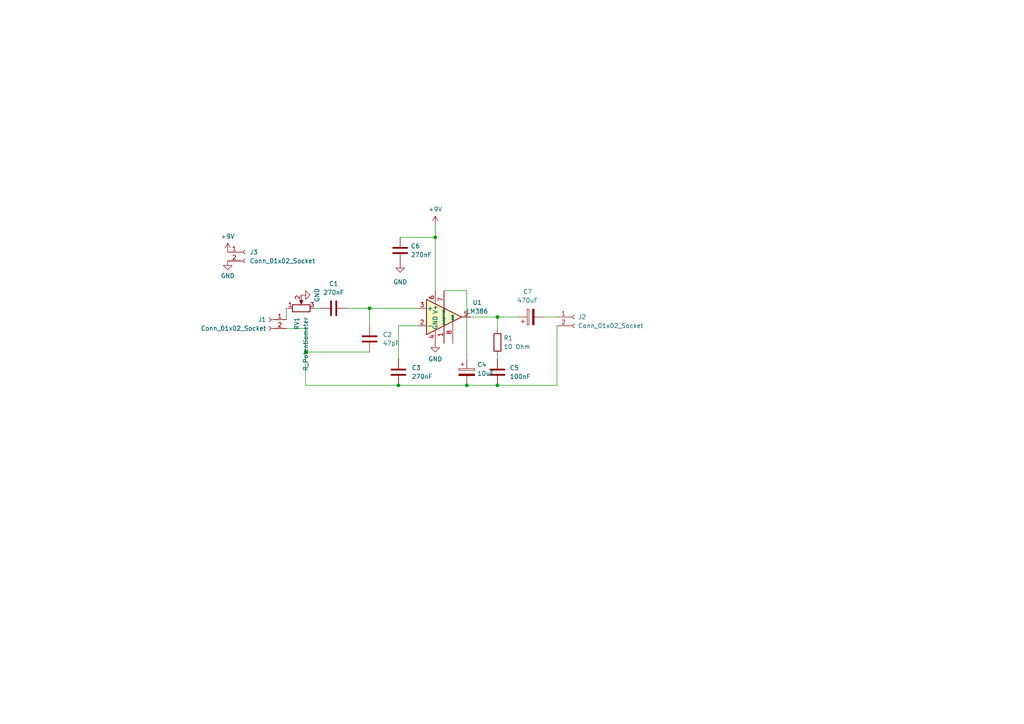
<source format=kicad_sch>
(kicad_sch (version 20230121) (generator eeschema)
  (paper "A4")
  (lib_symbols
    (symbol "Amplifier_Audio:LM386" (pin_names (offset 0.127))
      (property "Reference" "U" (at 1.27 7.62 0))
      (property "Value" "LM386" (at 1.27 5.08 0))
      (symbol "LM386_0_1"
        (polyline (pts (xy 5.08 0) (xy -5.08 5.08) (xy -5.08 -5.08) (xy 5.08 0)) (stroke (width 0.254)) (fill (type background)))
      )
      (symbol "LM386_1_1"
        (pin input line (at 0 -7.62 90) (length 5.08) (name "GAIN") (number "1"))
        (pin input line (at -7.62 -2.54 0) (length 2.54) (name "-") (number "2"))
        (pin input line (at -7.62 2.54 0) (length 2.54) (name "+") (number "3"))
        (pin power_in line (at -2.54 -7.62 90) (length 3.81) (name "GND") (number "4"))
        (pin output line (at 7.62 0 180) (length 2.54) (name "~") (number "5"))
        (pin power_in line (at -2.54 7.62 270) (length 3.81) (name "V+") (number "6"))
        (pin input line (at 0 7.62 270) (length 5.08) (name "BYPASS") (number "7"))
        (pin input line (at 2.54 -7.62 90) (length 6.35) (name "GAIN") (number "8"))
      )
    )
    (symbol "Connector:Conn_01x02_Socket" (pin_names (offset 1.016) hide)
      (property "Reference" "J" (at 0 2.54 0))
      (property "Value" "Conn_01x02_Socket" (at 0 -5.08 0))
      (symbol "Conn_01x02_Socket_1_1"
        (arc (start 0 -2.032) (mid -0.5058 -2.54) (end 0 -3.048) (stroke (width 0.1524)))
        (polyline (pts (xy -1.27 -2.54) (xy -0.508 -2.54)) (stroke (width 0.1524)))
        (polyline (pts (xy -1.27 0) (xy -0.508 0)) (stroke (width 0.1524)))
        (arc (start 0 0.508) (mid -0.5058 0) (end 0 -0.508) (stroke (width 0.1524)))
        (pin passive line (at -5.08 0 0) (length 3.81) (name "Pin_1") (number "1"))
        (pin passive line (at -5.08 -2.54 0) (length 3.81) (name "Pin_2") (number "2"))
      )
    )
    (symbol "Device:C" (pin_numbers hide) (pin_names (offset 0.254))
      (property "Reference" "C" (at 0.635 2.54 0))
      (property "Value" "C" (at 0.635 -2.54 0))
      (symbol "C_0_1"
        (polyline (pts (xy -2.032 -0.762) (xy 2.032 -0.762)) (stroke (width 0.508)))
        (polyline (pts (xy -2.032 0.762) (xy 2.032 0.762)) (stroke (width 0.508)))
      )
      (symbol "C_1_1"
        (pin passive line (at 0 3.81 270) (length 2.794) (name "~") (number "1"))
        (pin passive line (at 0 -3.81 90) (length 2.794) (name "~") (number "2"))
      )
    )
    (symbol "Device:C_Polarized" (pin_numbers hide) (pin_names (offset 0.254))
      (property "Reference" "C" (at 0.635 2.54 0))
      (property "Value" "C_Polarized" (at 0.635 -2.54 0))
      (symbol "C_Polarized_0_1"
        (rectangle (start -2.286 0.508) (end 2.286 1.016))
        (polyline (pts (xy -1.778 2.286) (xy -0.762 2.286)))
        (polyline (pts (xy -1.27 2.794) (xy -1.27 1.778)))
        (rectangle (start 2.286 -0.508) (end -2.286 -1.016) (fill (type outline)))
      )
      (symbol "C_Polarized_1_1"
        (pin passive line (at 0 3.81 270) (length 2.794) (name "~") (number "1"))
        (pin passive line (at 0 -3.81 90) (length 2.794) (name "~") (number "2"))
      )
    )
    (symbol "Device:R" (pin_numbers hide) (pin_names (offset 0))
      (property "Reference" "R" (at 2.032 0 90))
      (property "Value" "R" (at 0 0 90))
      (symbol "R_0_1"
        (rectangle (start -1.016 -2.54) (end 1.016 2.54) (stroke (width 0.254)))
      )
      (symbol "R_1_1"
        (pin passive line (at 0 3.81 270) (length 1.27) (name "~") (number "1"))
        (pin passive line (at 0 -3.81 90) (length 1.27) (name "~") (number "2"))
      )
    )
    (symbol "Device:R_Potentiometer" (pin_names (offset 1.016) hide)
      (property "Reference" "RV" (at -4.445 0 90))
      (property "Value" "R_Potentiometer" (at -2.54 0 90))
      (symbol "R_Potentiometer_0_1"
        (polyline (pts (xy 2.54 0) (xy 1.524 0)))
        (polyline (pts (xy 1.143 0) (xy 2.286 0.508) (xy 2.286 -0.508) (xy 1.143 0)) (fill (type outline)))
        (rectangle (start 1.016 2.54) (end -1.016 -2.54) (stroke (width 0.254)))
      )
      (symbol "R_Potentiometer_1_1"
        (pin passive line (at 0 3.81 270) (length 1.27) (name "1") (number "1"))
        (pin passive line (at 3.81 0 180) (length 1.27) (name "2") (number "2"))
        (pin passive line (at 0 -3.81 90) (length 1.27) (name "3") (number "3"))
      )
    )
    (symbol "power:+9V" (power) (pin_names (offset 0))
      (property "Value" "+9V" (at 0 3.556 0))
      (symbol "+9V_0_1"
        (polyline (pts (xy -0.762 1.27) (xy 0 2.54)))
        (polyline (pts (xy 0 0) (xy 0 2.54)))
        (polyline (pts (xy 0 2.54) (xy 0.762 1.27)))
      )
      (symbol "+9V_1_1"
        (pin power_in line (at 0 0 90) (length 0) hide (name "+9V") (number "1"))
      )
    )
    (symbol "power:GND" (power) (pin_names (offset 0))
      (property "Value" "GND" (at 0 -3.81 0))
      (symbol "GND_0_1"
        (polyline (pts (xy 0 0) (xy 0 -1.27) (xy 1.27 -1.27) (xy 0 -2.54) (xy -1.27 -1.27) (xy 0 -1.27)))
      )
      (symbol "GND_1_1"
        (pin power_in line (at 0 0 270) (length 0) hide (name "GND") (number "1"))
      )
    )
  )
  (junction (at 88.646 102.108))
  (junction (at 135.382 111.76))
  (junction (at 144.272 111.76))
  (junction (at 115.57 111.76))
  (junction (at 126.238 68.834))
  (junction (at 107.188 89.408))
  (junction (at 144.272 91.948))
  (wire (pts (xy 88.646 102.108) (xy 107.188 102.108)))
  (wire (pts (xy 135.382 111.76) (xy 144.272 111.76)))
  (wire (pts (xy 83.058 89.408) (xy 83.566 89.408)))
  (wire (pts (xy 136.398 91.948) (xy 144.272 91.948)))
  (wire (pts (xy 144.272 103.124) (xy 144.272 104.14)))
  (wire (pts (xy 126.238 68.834) (xy 126.238 84.328)))
  (wire (pts (xy 88.646 111.76) (xy 115.57 111.76)))
  (wire (pts (xy 144.272 91.948) (xy 150.114 91.948)))
  (wire (pts (xy 157.734 91.948) (xy 161.544 91.948)))
  (wire (pts (xy 100.584 89.408) (xy 107.188 89.408)))
  (wire (pts (xy 91.186 89.408) (xy 92.964 89.408)))
  (wire (pts (xy 144.272 95.504) (xy 144.272 91.948)))
  (wire (pts (xy 128.778 84.328) (xy 135.382 84.328)))
  (wire (pts (xy 116.078 68.834) (xy 126.238 68.834)))
  (wire (pts (xy 161.544 94.488) (xy 161.544 111.76)))
  (wire (pts (xy 115.57 94.488) (xy 115.57 104.14)))
  (wire (pts (xy 88.646 102.108) (xy 88.646 111.76)))
  (wire (pts (xy 88.646 95.25) (xy 88.646 102.108)))
  (wire (pts (xy 83.058 92.71) (xy 83.058 89.408)))
  (wire (pts (xy 135.382 84.328) (xy 135.382 104.14)))
  (wire (pts (xy 83.058 95.25) (xy 88.646 95.25)))
  (wire (pts (xy 161.544 111.76) (xy 144.272 111.76)))
  (wire (pts (xy 115.57 111.76) (xy 135.382 111.76)))
  (wire (pts (xy 126.238 65.278) (xy 126.238 68.834)))
  (wire (pts (xy 107.188 89.408) (xy 121.158 89.408)))
  (wire (pts (xy 121.158 94.488) (xy 115.57 94.488)))
  (wire (pts (xy 107.188 89.408) (xy 107.188 94.488)))
  (symbol (lib_id "Connector:Conn_01x02_Socket") (at 71.12 73.152 0) (unit 1)
    (property "Reference" "J3" (at 72.39 73.152 0) (effects (justify left)))
    (property "Value" "Conn_01x02_Socket" (at 72.39 75.692 0) (effects (justify left)))
    (property "Footprint" "Connector_PinHeader_2.54mm:PinHeader_1x02_P2.54mm_Vertical" (effects hide))
  )
  (symbol (lib_id "Device:C") (at 107.188 98.298 0) (unit 1)
    (property "Reference" "C2" (at 110.998 97.028 0) (effects (justify left)))
    (property "Value" "47pF" (at 110.998 99.568 0) (effects (justify left)))
    (property "Footprint" "Custom:FKP2_04.5WX06.0HX07.2L_WIM" (effects hide))
  )
  (symbol (lib_id "Amplifier_Audio:LM386") (at 128.778 91.948 0) (unit 1)
    (property "Reference" "U1" (at 138.43 87.7571 0))
    (property "Value" "LM386" (at 138.43 90.2971 0))
    (property "Footprint" "Custom:N08E_TEX" (effects hide))
    (property "Datasheet" "http://www.ti.com/lit/ds/symlink/lm386.pdf" (effects hide))
  )
  (symbol (lib_id "Connector:Conn_01x02_Socket") (at 166.624 91.948 0) (unit 1)
    (property "Reference" "J2" (at 167.64 91.948 0) (effects (justify left)))
    (property "Value" "Conn_01x02_Socket" (at 167.64 94.488 0) (effects (justify left)))
    (property "Footprint" "Connector_PinHeader_2.54mm:PinHeader_1x02_P2.54mm_Vertical" (effects hide))
  )
  (symbol (lib_id "Device:C") (at 96.774 89.408 90) (unit 1)
    (property "Reference" "C1" (at 96.774 82.296 90))
    (property "Value" "270nF" (at 96.774 84.836 90))
    (property "Footprint" "Capacitor_THT:C_Rect_L18.0mm_W5.0mm_P15.00mm_FKS3_FKP3" (effects hide))
  )
  (symbol (lib_id "power:GND") (at 116.078 76.454 0) (unit 1)
    (property "Reference" "#PWR02" (effects hide))
    (property "Value" "GND" (at 116.078 81.788 0))
  )
  (symbol (lib_id "power:GND") (at 66.04 75.692 0) (unit 1)
    (property "Reference" "#PWR04" (effects hide))
    (property "Value" "GND" (at 66.04 80.01 0))
  )
  (symbol (lib_id "power:+9V") (at 66.04 73.152 0) (unit 1)
    (property "Reference" "#PWR05" (effects hide))
    (property "Value" "+9V" (at 66.04 68.58 0))
  )
  (symbol (lib_id "Device:C") (at 144.272 107.95 0) (unit 1)
    (property "Reference" "C5" (at 147.828 106.68 0) (effects (justify left)))
    (property "Value" "100nF" (at 147.828 109.22 0) (effects (justify left)))
    (property "Footprint" "Capacitor_THT:C_Disc_D5.0mm_W2.5mm_P2.50mm" (effects hide))
  )
  (symbol (lib_id "power:GND") (at 87.376 85.598 90) (unit 1)
    (property "Reference" "#PWR06" (effects hide))
    (property "Value" "GND" (at 91.948 85.598 0))
  )
  (symbol (lib_id "Device:C") (at 116.078 72.644 0) (unit 1)
    (property "Reference" "C6" (at 119.126 71.374 0) (effects (justify left)))
    (property "Value" "270nF" (at 119.126 73.914 0) (effects (justify left)))
    (property "Footprint" "Capacitor_THT:C_Rect_L18.0mm_W5.0mm_P15.00mm_FKS3_FKP3" (effects hide))
  )
  (symbol (lib_id "power:GND") (at 126.238 99.568 0) (unit 1)
    (property "Reference" "#PWR03" (effects hide))
    (property "Value" "GND" (at 126.238 104.14 0))
  )
  (symbol (lib_id "Device:R_Potentiometer") (at 87.376 89.408 90) (unit 1)
    (property "Reference" "RV1" (at 86.106 91.948 0) (effects (justify right)))
    (property "Value" "R_Potentiometer" (at 88.646 91.948 0) (effects (justify right)))
    (property "Footprint" "Potentiometer_THT:Potentiometer_Alps_RK09K_Single_Vertical" (effects hide))
  )
  (symbol (lib_id "Device:C") (at 115.57 107.95 0) (unit 1)
    (property "Reference" "C3" (at 119.38 106.68 0) (effects (justify left)))
    (property "Value" "270nF" (at 119.38 109.22 0) (effects (justify left)))
    (property "Footprint" "Capacitor_THT:C_Rect_L18.0mm_W5.0mm_P15.00mm_FKS3_FKP3" (effects hide))
  )
  (symbol (lib_id "Device:C_Polarized") (at 135.382 107.95 0) (unit 1)
    (property "Reference" "C4" (at 138.43 105.791 0) (effects (justify left)))
    (property "Value" "10uF" (at 138.43 108.331 0) (effects (justify left)))
    (property "Footprint" "Capacitor_THT:CP_Radial_D8.0mm_P3.50mm" (effects hide))
  )
  (symbol (lib_id "Device:R") (at 144.272 99.314 0) (unit 1)
    (property "Reference" "R1" (at 146.05 98.044 0) (effects (justify left)))
    (property "Value" "10 Ohm" (at 146.05 100.584 0) (effects (justify left)))
    (property "Footprint" "Resistor_THT:R_Axial_DIN0204_L3.6mm_D1.6mm_P7.62mm_Horizontal" (effects hide))
  )
  (symbol (lib_id "Connector:Conn_01x02_Socket") (at 77.978 92.71 0) (mirror y) (unit 1)
    (property "Reference" "J1" (at 77.216 92.71 0) (effects (justify left)))
    (property "Value" "Conn_01x02_Socket" (at 77.216 95.25 0) (effects (justify left)))
    (property "Footprint" "Connector_PinHeader_2.54mm:PinHeader_1x02_P2.54mm_Vertical" (effects hide))
  )
  (symbol (lib_id "Device:C_Polarized") (at 153.924 91.948 90) (unit 1)
    (property "Reference" "C7" (at 153.035 84.582 90))
    (property "Value" "470uF" (at 153.035 87.122 90))
    (property "Footprint" "Capacitor_THT:CP_Radial_D8.0mm_P3.50mm" (effects hide))
  )
  (symbol (lib_id "power:+9V") (at 126.238 65.278 0) (unit 1)
    (property "Reference" "#PWR01" (effects hide))
    (property "Value" "+9V" (at 126.238 60.706 0))
  )
)
</source>
